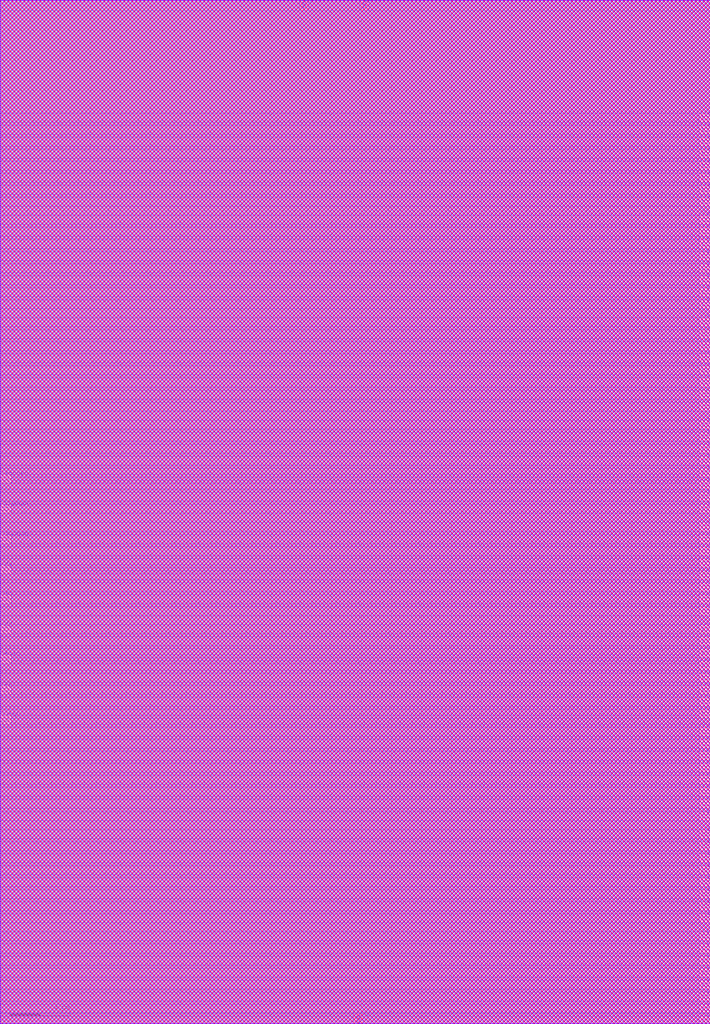
<source format=lef>
##
## LEF for PtnCells ;
## created by Innovus v20.11-s130_1 on Sun Jan  8 15:21:40 2023
##

VERSION 5.8 ;

BUSBITCHARS "[]" ;
DIVIDERCHAR "/" ;

MACRO BATCHARGERctr
  CLASS BLOCK ;
  SIZE 47.200000 BY 68.000000 ;
  FOREIGN BATCHARGERctr 0.000000 0.000000 ;
  ORIGIN 0 0 ;
  SYMMETRY X Y R90 ;
  PIN cc
    DIRECTION OUTPUT ;
    USE SIGNAL ;
    PORT
      LAYER metal3 ;
        RECT 0.000000 26.100000 0.520000 26.300000 ;
    END
  END cc
  PIN tc
    DIRECTION OUTPUT ;
    USE SIGNAL ;
    PORT
      LAYER metal3 ;
        RECT 0.000000 28.100000 0.520000 28.300000 ;
    END
  END tc
  PIN cv
    DIRECTION OUTPUT ;
    USE SIGNAL ;
    PORT
      LAYER metal3 ;
        RECT 0.000000 30.100000 0.520000 30.300000 ;
    END
  END cv
  PIN imonen
    DIRECTION OUTPUT ;
    USE SIGNAL ;
    PORT
      LAYER metal3 ;
        RECT 0.000000 32.100000 0.520000 32.300000 ;
    END
  END imonen
  PIN vmonen
    DIRECTION OUTPUT ;
    USE SIGNAL ;
    PORT
      LAYER metal3 ;
        RECT 0.000000 34.100000 0.520000 34.300000 ;
    END
  END vmonen
  PIN tmonen
    DIRECTION OUTPUT ;
    USE SIGNAL ;
    PORT
      LAYER metal3 ;
        RECT 0.000000 36.100000 0.520000 36.300000 ;
    END
  END tmonen
  PIN vtok
    DIRECTION INPUT ;
    USE SIGNAL ;
    PORT
      LAYER metal3 ;
        RECT 0.000000 20.100000 0.520000 20.300000 ;
    END
  END vtok
  PIN vbat[7]
    DIRECTION INPUT ;
    USE SIGNAL ;
    PORT
      LAYER metal3 ;
        RECT 46.680000 5.700000 47.200000 5.900000 ;
    END
  END vbat[7]
  PIN vbat[6]
    DIRECTION INPUT ;
    USE SIGNAL ;
    PORT
      LAYER metal3 ;
        RECT 46.680000 4.900000 47.200000 5.100000 ;
    END
  END vbat[6]
  PIN vbat[5]
    DIRECTION INPUT ;
    USE SIGNAL ;
    PORT
      LAYER metal3 ;
        RECT 46.680000 4.100000 47.200000 4.300000 ;
    END
  END vbat[5]
  PIN vbat[4]
    DIRECTION INPUT ;
    USE SIGNAL ;
    PORT
      LAYER metal3 ;
        RECT 46.680000 3.300000 47.200000 3.500000 ;
    END
  END vbat[4]
  PIN vbat[3]
    DIRECTION INPUT ;
    USE SIGNAL ;
    PORT
      LAYER metal3 ;
        RECT 46.680000 2.500000 47.200000 2.700000 ;
    END
  END vbat[3]
  PIN vbat[2]
    DIRECTION INPUT ;
    USE SIGNAL ;
    PORT
      LAYER metal3 ;
        RECT 46.680000 1.700000 47.200000 1.900000 ;
    END
  END vbat[2]
  PIN vbat[1]
    DIRECTION INPUT ;
    USE SIGNAL ;
    PORT
      LAYER metal3 ;
        RECT 46.680000 0.900000 47.200000 1.100000 ;
    END
  END vbat[1]
  PIN vbat[0]
    DIRECTION INPUT ;
    USE SIGNAL ;
    PORT
      LAYER metal3 ;
        RECT 46.680000 0.100000 47.200000 0.300000 ;
    END
  END vbat[0]
  PIN ibat[7]
    DIRECTION INPUT ;
    USE SIGNAL ;
    PORT
      LAYER metal3 ;
        RECT 46.680000 12.500000 47.200000 12.700000 ;
    END
  END ibat[7]
  PIN ibat[6]
    DIRECTION INPUT ;
    USE SIGNAL ;
    PORT
      LAYER metal3 ;
        RECT 46.680000 11.700000 47.200000 11.900000 ;
    END
  END ibat[6]
  PIN ibat[5]
    DIRECTION INPUT ;
    USE SIGNAL ;
    PORT
      LAYER metal3 ;
        RECT 46.680000 10.900000 47.200000 11.100000 ;
    END
  END ibat[5]
  PIN ibat[4]
    DIRECTION INPUT ;
    USE SIGNAL ;
    PORT
      LAYER metal3 ;
        RECT 46.680000 10.100000 47.200000 10.300000 ;
    END
  END ibat[4]
  PIN ibat[3]
    DIRECTION INPUT ;
    USE SIGNAL ;
    PORT
      LAYER metal3 ;
        RECT 46.680000 9.300000 47.200000 9.500000 ;
    END
  END ibat[3]
  PIN ibat[2]
    DIRECTION INPUT ;
    USE SIGNAL ;
    PORT
      LAYER metal3 ;
        RECT 46.680000 8.500000 47.200000 8.700000 ;
    END
  END ibat[2]
  PIN ibat[1]
    DIRECTION INPUT ;
    USE SIGNAL ;
    PORT
      LAYER metal3 ;
        RECT 46.680000 7.700000 47.200000 7.900000 ;
    END
  END ibat[1]
  PIN ibat[0]
    DIRECTION INPUT ;
    USE SIGNAL ;
    PORT
      LAYER metal3 ;
        RECT 46.680000 6.900000 47.200000 7.100000 ;
    END
  END ibat[0]
  PIN tbat[7]
    DIRECTION INPUT ;
    USE SIGNAL ;
    PORT
      LAYER metal3 ;
        RECT 46.680000 19.300000 47.200000 19.500000 ;
    END
  END tbat[7]
  PIN tbat[6]
    DIRECTION INPUT ;
    USE SIGNAL ;
    PORT
      LAYER metal3 ;
        RECT 46.680000 18.500000 47.200000 18.700000 ;
    END
  END tbat[6]
  PIN tbat[5]
    DIRECTION INPUT ;
    USE SIGNAL ;
    PORT
      LAYER metal3 ;
        RECT 46.680000 17.700000 47.200000 17.900000 ;
    END
  END tbat[5]
  PIN tbat[4]
    DIRECTION INPUT ;
    USE SIGNAL ;
    PORT
      LAYER metal3 ;
        RECT 46.680000 16.900000 47.200000 17.100000 ;
    END
  END tbat[4]
  PIN tbat[3]
    DIRECTION INPUT ;
    USE SIGNAL ;
    PORT
      LAYER metal3 ;
        RECT 46.680000 16.100000 47.200000 16.300000 ;
    END
  END tbat[3]
  PIN tbat[2]
    DIRECTION INPUT ;
    USE SIGNAL ;
    PORT
      LAYER metal3 ;
        RECT 46.680000 15.300000 47.200000 15.500000 ;
    END
  END tbat[2]
  PIN tbat[1]
    DIRECTION INPUT ;
    USE SIGNAL ;
    PORT
      LAYER metal3 ;
        RECT 46.680000 14.500000 47.200000 14.700000 ;
    END
  END tbat[1]
  PIN tbat[0]
    DIRECTION INPUT ;
    USE SIGNAL ;
    PORT
      LAYER metal3 ;
        RECT 46.680000 13.700000 47.200000 13.900000 ;
    END
  END tbat[0]
  PIN vcutoff[7]
    DIRECTION INPUT ;
    USE SIGNAL ;
    PORT
      LAYER metal3 ;
        RECT 46.680000 26.100000 47.200000 26.300000 ;
    END
  END vcutoff[7]
  PIN vcutoff[6]
    DIRECTION INPUT ;
    USE SIGNAL ;
    PORT
      LAYER metal3 ;
        RECT 46.680000 25.300000 47.200000 25.500000 ;
    END
  END vcutoff[6]
  PIN vcutoff[5]
    DIRECTION INPUT ;
    USE SIGNAL ;
    PORT
      LAYER metal3 ;
        RECT 46.680000 24.500000 47.200000 24.700000 ;
    END
  END vcutoff[5]
  PIN vcutoff[4]
    DIRECTION INPUT ;
    USE SIGNAL ;
    PORT
      LAYER metal3 ;
        RECT 46.680000 23.700000 47.200000 23.900000 ;
    END
  END vcutoff[4]
  PIN vcutoff[3]
    DIRECTION INPUT ;
    USE SIGNAL ;
    PORT
      LAYER metal3 ;
        RECT 46.680000 22.900000 47.200000 23.100000 ;
    END
  END vcutoff[3]
  PIN vcutoff[2]
    DIRECTION INPUT ;
    USE SIGNAL ;
    PORT
      LAYER metal3 ;
        RECT 46.680000 22.100000 47.200000 22.300000 ;
    END
  END vcutoff[2]
  PIN vcutoff[1]
    DIRECTION INPUT ;
    USE SIGNAL ;
    PORT
      LAYER metal3 ;
        RECT 46.680000 21.300000 47.200000 21.500000 ;
    END
  END vcutoff[1]
  PIN vcutoff[0]
    DIRECTION INPUT ;
    USE SIGNAL ;
    PORT
      LAYER metal3 ;
        RECT 46.680000 20.500000 47.200000 20.700000 ;
    END
  END vcutoff[0]
  PIN vpreset[7]
    DIRECTION INPUT ;
    USE SIGNAL ;
    PORT
      LAYER metal3 ;
        RECT 46.680000 32.900000 47.200000 33.100000 ;
    END
  END vpreset[7]
  PIN vpreset[6]
    DIRECTION INPUT ;
    USE SIGNAL ;
    PORT
      LAYER metal3 ;
        RECT 46.680000 32.100000 47.200000 32.300000 ;
    END
  END vpreset[6]
  PIN vpreset[5]
    DIRECTION INPUT ;
    USE SIGNAL ;
    PORT
      LAYER metal3 ;
        RECT 46.680000 31.300000 47.200000 31.500000 ;
    END
  END vpreset[5]
  PIN vpreset[4]
    DIRECTION INPUT ;
    USE SIGNAL ;
    PORT
      LAYER metal3 ;
        RECT 46.680000 30.500000 47.200000 30.700000 ;
    END
  END vpreset[4]
  PIN vpreset[3]
    DIRECTION INPUT ;
    USE SIGNAL ;
    PORT
      LAYER metal3 ;
        RECT 46.680000 29.700000 47.200000 29.900000 ;
    END
  END vpreset[3]
  PIN vpreset[2]
    DIRECTION INPUT ;
    USE SIGNAL ;
    PORT
      LAYER metal3 ;
        RECT 46.680000 28.900000 47.200000 29.100000 ;
    END
  END vpreset[2]
  PIN vpreset[1]
    DIRECTION INPUT ;
    USE SIGNAL ;
    PORT
      LAYER metal3 ;
        RECT 46.680000 28.100000 47.200000 28.300000 ;
    END
  END vpreset[1]
  PIN vpreset[0]
    DIRECTION INPUT ;
    USE SIGNAL ;
    PORT
      LAYER metal3 ;
        RECT 46.680000 27.300000 47.200000 27.500000 ;
    END
  END vpreset[0]
  PIN tempmin[7]
    DIRECTION INPUT ;
    USE SIGNAL ;
    PORT
      LAYER metal3 ;
        RECT 46.680000 39.700000 47.200000 39.900000 ;
    END
  END tempmin[7]
  PIN tempmin[6]
    DIRECTION INPUT ;
    USE SIGNAL ;
    PORT
      LAYER metal3 ;
        RECT 46.680000 38.900000 47.200000 39.100000 ;
    END
  END tempmin[6]
  PIN tempmin[5]
    DIRECTION INPUT ;
    USE SIGNAL ;
    PORT
      LAYER metal3 ;
        RECT 46.680000 38.100000 47.200000 38.300000 ;
    END
  END tempmin[5]
  PIN tempmin[4]
    DIRECTION INPUT ;
    USE SIGNAL ;
    PORT
      LAYER metal3 ;
        RECT 46.680000 37.300000 47.200000 37.500000 ;
    END
  END tempmin[4]
  PIN tempmin[3]
    DIRECTION INPUT ;
    USE SIGNAL ;
    PORT
      LAYER metal3 ;
        RECT 46.680000 36.500000 47.200000 36.700000 ;
    END
  END tempmin[3]
  PIN tempmin[2]
    DIRECTION INPUT ;
    USE SIGNAL ;
    PORT
      LAYER metal3 ;
        RECT 46.680000 35.700000 47.200000 35.900000 ;
    END
  END tempmin[2]
  PIN tempmin[1]
    DIRECTION INPUT ;
    USE SIGNAL ;
    PORT
      LAYER metal3 ;
        RECT 46.680000 34.900000 47.200000 35.100000 ;
    END
  END tempmin[1]
  PIN tempmin[0]
    DIRECTION INPUT ;
    USE SIGNAL ;
    PORT
      LAYER metal3 ;
        RECT 46.680000 34.100000 47.200000 34.300000 ;
    END
  END tempmin[0]
  PIN tempmax[7]
    DIRECTION INPUT ;
    USE SIGNAL ;
    PORT
      LAYER metal3 ;
        RECT 46.680000 46.500000 47.200000 46.700000 ;
    END
  END tempmax[7]
  PIN tempmax[6]
    DIRECTION INPUT ;
    USE SIGNAL ;
    PORT
      LAYER metal3 ;
        RECT 46.680000 45.700000 47.200000 45.900000 ;
    END
  END tempmax[6]
  PIN tempmax[5]
    DIRECTION INPUT ;
    USE SIGNAL ;
    PORT
      LAYER metal3 ;
        RECT 46.680000 44.900000 47.200000 45.100000 ;
    END
  END tempmax[5]
  PIN tempmax[4]
    DIRECTION INPUT ;
    USE SIGNAL ;
    PORT
      LAYER metal3 ;
        RECT 46.680000 44.100000 47.200000 44.300000 ;
    END
  END tempmax[4]
  PIN tempmax[3]
    DIRECTION INPUT ;
    USE SIGNAL ;
    PORT
      LAYER metal3 ;
        RECT 46.680000 43.300000 47.200000 43.500000 ;
    END
  END tempmax[3]
  PIN tempmax[2]
    DIRECTION INPUT ;
    USE SIGNAL ;
    PORT
      LAYER metal3 ;
        RECT 46.680000 42.500000 47.200000 42.700000 ;
    END
  END tempmax[2]
  PIN tempmax[1]
    DIRECTION INPUT ;
    USE SIGNAL ;
    PORT
      LAYER metal3 ;
        RECT 46.680000 41.700000 47.200000 41.900000 ;
    END
  END tempmax[1]
  PIN tempmax[0]
    DIRECTION INPUT ;
    USE SIGNAL ;
    PORT
      LAYER metal3 ;
        RECT 46.680000 40.900000 47.200000 41.100000 ;
    END
  END tempmax[0]
  PIN tmax[7]
    DIRECTION INPUT ;
    USE SIGNAL ;
    PORT
      LAYER metal3 ;
        RECT 46.680000 53.300000 47.200000 53.500000 ;
    END
  END tmax[7]
  PIN tmax[6]
    DIRECTION INPUT ;
    USE SIGNAL ;
    PORT
      LAYER metal3 ;
        RECT 46.680000 52.500000 47.200000 52.700000 ;
    END
  END tmax[6]
  PIN tmax[5]
    DIRECTION INPUT ;
    USE SIGNAL ;
    PORT
      LAYER metal3 ;
        RECT 46.680000 51.700000 47.200000 51.900000 ;
    END
  END tmax[5]
  PIN tmax[4]
    DIRECTION INPUT ;
    USE SIGNAL ;
    PORT
      LAYER metal3 ;
        RECT 46.680000 50.900000 47.200000 51.100000 ;
    END
  END tmax[4]
  PIN tmax[3]
    DIRECTION INPUT ;
    USE SIGNAL ;
    PORT
      LAYER metal3 ;
        RECT 46.680000 50.100000 47.200000 50.300000 ;
    END
  END tmax[3]
  PIN tmax[2]
    DIRECTION INPUT ;
    USE SIGNAL ;
    PORT
      LAYER metal3 ;
        RECT 46.680000 49.300000 47.200000 49.500000 ;
    END
  END tmax[2]
  PIN tmax[1]
    DIRECTION INPUT ;
    USE SIGNAL ;
    PORT
      LAYER metal3 ;
        RECT 46.680000 48.500000 47.200000 48.700000 ;
    END
  END tmax[1]
  PIN tmax[0]
    DIRECTION INPUT ;
    USE SIGNAL ;
    PORT
      LAYER metal3 ;
        RECT 46.680000 47.700000 47.200000 47.900000 ;
    END
  END tmax[0]
  PIN iend[7]
    DIRECTION INPUT ;
    USE SIGNAL ;
    PORT
      LAYER metal3 ;
        RECT 46.680000 60.100000 47.200000 60.300000 ;
    END
  END iend[7]
  PIN iend[6]
    DIRECTION INPUT ;
    USE SIGNAL ;
    PORT
      LAYER metal3 ;
        RECT 46.680000 59.300000 47.200000 59.500000 ;
    END
  END iend[6]
  PIN iend[5]
    DIRECTION INPUT ;
    USE SIGNAL ;
    PORT
      LAYER metal3 ;
        RECT 46.680000 58.500000 47.200000 58.700000 ;
    END
  END iend[5]
  PIN iend[4]
    DIRECTION INPUT ;
    USE SIGNAL ;
    PORT
      LAYER metal3 ;
        RECT 46.680000 57.700000 47.200000 57.900000 ;
    END
  END iend[4]
  PIN iend[3]
    DIRECTION INPUT ;
    USE SIGNAL ;
    PORT
      LAYER metal3 ;
        RECT 46.680000 56.900000 47.200000 57.100000 ;
    END
  END iend[3]
  PIN iend[2]
    DIRECTION INPUT ;
    USE SIGNAL ;
    PORT
      LAYER metal3 ;
        RECT 46.680000 56.100000 47.200000 56.300000 ;
    END
  END iend[2]
  PIN iend[1]
    DIRECTION INPUT ;
    USE SIGNAL ;
    PORT
      LAYER metal3 ;
        RECT 46.680000 55.300000 47.200000 55.500000 ;
    END
  END iend[1]
  PIN iend[0]
    DIRECTION INPUT ;
    USE SIGNAL ;
    PORT
      LAYER metal3 ;
        RECT 46.680000 54.500000 47.200000 54.700000 ;
    END
  END iend[0]
  PIN clk
    DIRECTION INPUT ;
    USE CLOCK ;
    PORT
      LAYER metal4 ;
        RECT 23.700000 0.000000 23.900000 0.520000 ;
    END
  END clk
  PIN en
    DIRECTION INPUT ;
    USE SIGNAL ;
    PORT
      LAYER metal3 ;
        RECT 0.000000 22.100000 0.520000 22.300000 ;
    END
  END en
  PIN rstz
    DIRECTION INPUT ;
    USE SIGNAL ;
    PORT
      LAYER metal3 ;
        RECT 0.000000 24.100000 0.520000 24.300000 ;
    END
  END rstz
  PIN dvdd
    DIRECTION INOUT ;
    USE POWER ;
    PORT
      LAYER metal4 ;
        RECT 24.100000 67.480000 24.300000 68.000000 ;
    END
  END dvdd
  PIN dgnd
    DIRECTION INOUT ;
    USE GROUND ;
    PORT
      LAYER metal4 ;
        RECT 20.100000 67.480000 20.300000 68.000000 ;
    END
  END dgnd
  OBS
    LAYER metal1 ;
      RECT 0.000000 0.000000 47.200000 68.000000 ;
    LAYER metal2 ;
      RECT 0.000000 0.000000 47.200000 68.000000 ;
    LAYER metal3 ;
      RECT 0.000000 60.500000 47.200000 68.000000 ;
      RECT 0.000000 59.900000 46.480000 60.500000 ;
      RECT 0.000000 59.700000 47.200000 59.900000 ;
      RECT 0.000000 59.100000 46.480000 59.700000 ;
      RECT 0.000000 58.900000 47.200000 59.100000 ;
      RECT 0.000000 58.300000 46.480000 58.900000 ;
      RECT 0.000000 58.100000 47.200000 58.300000 ;
      RECT 0.000000 57.500000 46.480000 58.100000 ;
      RECT 0.000000 57.300000 47.200000 57.500000 ;
      RECT 0.000000 56.700000 46.480000 57.300000 ;
      RECT 0.000000 56.500000 47.200000 56.700000 ;
      RECT 0.000000 55.900000 46.480000 56.500000 ;
      RECT 0.000000 55.700000 47.200000 55.900000 ;
      RECT 0.000000 55.100000 46.480000 55.700000 ;
      RECT 0.000000 54.900000 47.200000 55.100000 ;
      RECT 0.000000 54.300000 46.480000 54.900000 ;
      RECT 0.000000 53.700000 47.200000 54.300000 ;
      RECT 0.000000 53.100000 46.480000 53.700000 ;
      RECT 0.000000 52.900000 47.200000 53.100000 ;
      RECT 0.000000 52.300000 46.480000 52.900000 ;
      RECT 0.000000 52.100000 47.200000 52.300000 ;
      RECT 0.000000 51.500000 46.480000 52.100000 ;
      RECT 0.000000 51.300000 47.200000 51.500000 ;
      RECT 0.000000 50.700000 46.480000 51.300000 ;
      RECT 0.000000 50.500000 47.200000 50.700000 ;
      RECT 0.000000 49.900000 46.480000 50.500000 ;
      RECT 0.000000 49.700000 47.200000 49.900000 ;
      RECT 0.000000 49.100000 46.480000 49.700000 ;
      RECT 0.000000 48.900000 47.200000 49.100000 ;
      RECT 0.000000 48.300000 46.480000 48.900000 ;
      RECT 0.000000 48.100000 47.200000 48.300000 ;
      RECT 0.000000 47.500000 46.480000 48.100000 ;
      RECT 0.000000 46.900000 47.200000 47.500000 ;
      RECT 0.000000 46.300000 46.480000 46.900000 ;
      RECT 0.000000 46.100000 47.200000 46.300000 ;
      RECT 0.000000 45.500000 46.480000 46.100000 ;
      RECT 0.000000 45.300000 47.200000 45.500000 ;
      RECT 0.000000 44.700000 46.480000 45.300000 ;
      RECT 0.000000 44.500000 47.200000 44.700000 ;
      RECT 0.000000 43.900000 46.480000 44.500000 ;
      RECT 0.000000 43.700000 47.200000 43.900000 ;
      RECT 0.000000 43.100000 46.480000 43.700000 ;
      RECT 0.000000 42.900000 47.200000 43.100000 ;
      RECT 0.000000 42.300000 46.480000 42.900000 ;
      RECT 0.000000 42.100000 47.200000 42.300000 ;
      RECT 0.000000 41.500000 46.480000 42.100000 ;
      RECT 0.000000 41.300000 47.200000 41.500000 ;
      RECT 0.000000 40.700000 46.480000 41.300000 ;
      RECT 0.000000 40.100000 47.200000 40.700000 ;
      RECT 0.000000 39.500000 46.480000 40.100000 ;
      RECT 0.000000 39.300000 47.200000 39.500000 ;
      RECT 0.000000 38.700000 46.480000 39.300000 ;
      RECT 0.000000 38.500000 47.200000 38.700000 ;
      RECT 0.000000 37.900000 46.480000 38.500000 ;
      RECT 0.000000 37.700000 47.200000 37.900000 ;
      RECT 0.000000 37.100000 46.480000 37.700000 ;
      RECT 0.000000 36.900000 47.200000 37.100000 ;
      RECT 0.000000 36.500000 46.480000 36.900000 ;
      RECT 0.720000 36.300000 46.480000 36.500000 ;
      RECT 0.720000 36.100000 47.200000 36.300000 ;
      RECT 0.720000 35.900000 46.480000 36.100000 ;
      RECT 0.000000 35.500000 46.480000 35.900000 ;
      RECT 0.000000 35.300000 47.200000 35.500000 ;
      RECT 0.000000 34.700000 46.480000 35.300000 ;
      RECT 0.000000 34.500000 47.200000 34.700000 ;
      RECT 0.720000 33.900000 46.480000 34.500000 ;
      RECT 0.000000 33.300000 47.200000 33.900000 ;
      RECT 0.000000 32.700000 46.480000 33.300000 ;
      RECT 0.000000 32.500000 47.200000 32.700000 ;
      RECT 0.720000 31.900000 46.480000 32.500000 ;
      RECT 0.000000 31.700000 47.200000 31.900000 ;
      RECT 0.000000 31.100000 46.480000 31.700000 ;
      RECT 0.000000 30.900000 47.200000 31.100000 ;
      RECT 0.000000 30.500000 46.480000 30.900000 ;
      RECT 0.720000 30.300000 46.480000 30.500000 ;
      RECT 0.720000 30.100000 47.200000 30.300000 ;
      RECT 0.720000 29.900000 46.480000 30.100000 ;
      RECT 0.000000 29.500000 46.480000 29.900000 ;
      RECT 0.000000 29.300000 47.200000 29.500000 ;
      RECT 0.000000 28.700000 46.480000 29.300000 ;
      RECT 0.000000 28.500000 47.200000 28.700000 ;
      RECT 0.720000 27.900000 46.480000 28.500000 ;
      RECT 0.000000 27.700000 47.200000 27.900000 ;
      RECT 0.000000 27.100000 46.480000 27.700000 ;
      RECT 0.000000 26.500000 47.200000 27.100000 ;
      RECT 0.720000 25.900000 46.480000 26.500000 ;
      RECT 0.000000 25.700000 47.200000 25.900000 ;
      RECT 0.000000 25.100000 46.480000 25.700000 ;
      RECT 0.000000 24.900000 47.200000 25.100000 ;
      RECT 0.000000 24.500000 46.480000 24.900000 ;
      RECT 0.720000 24.300000 46.480000 24.500000 ;
      RECT 0.720000 24.100000 47.200000 24.300000 ;
      RECT 0.720000 23.900000 46.480000 24.100000 ;
      RECT 0.000000 23.500000 46.480000 23.900000 ;
      RECT 0.000000 23.300000 47.200000 23.500000 ;
      RECT 0.000000 22.700000 46.480000 23.300000 ;
      RECT 0.000000 22.500000 47.200000 22.700000 ;
      RECT 0.720000 21.900000 46.480000 22.500000 ;
      RECT 0.000000 21.700000 47.200000 21.900000 ;
      RECT 0.000000 21.100000 46.480000 21.700000 ;
      RECT 0.000000 20.900000 47.200000 21.100000 ;
      RECT 0.000000 20.500000 46.480000 20.900000 ;
      RECT 0.720000 20.300000 46.480000 20.500000 ;
      RECT 0.720000 19.900000 47.200000 20.300000 ;
      RECT 0.000000 19.700000 47.200000 19.900000 ;
      RECT 0.000000 19.100000 46.480000 19.700000 ;
      RECT 0.000000 18.900000 47.200000 19.100000 ;
      RECT 0.000000 18.300000 46.480000 18.900000 ;
      RECT 0.000000 18.100000 47.200000 18.300000 ;
      RECT 0.000000 17.500000 46.480000 18.100000 ;
      RECT 0.000000 17.300000 47.200000 17.500000 ;
      RECT 0.000000 16.700000 46.480000 17.300000 ;
      RECT 0.000000 16.500000 47.200000 16.700000 ;
      RECT 0.000000 15.900000 46.480000 16.500000 ;
      RECT 0.000000 15.700000 47.200000 15.900000 ;
      RECT 0.000000 15.100000 46.480000 15.700000 ;
      RECT 0.000000 14.900000 47.200000 15.100000 ;
      RECT 0.000000 14.300000 46.480000 14.900000 ;
      RECT 0.000000 14.100000 47.200000 14.300000 ;
      RECT 0.000000 13.500000 46.480000 14.100000 ;
      RECT 0.000000 12.900000 47.200000 13.500000 ;
      RECT 0.000000 12.300000 46.480000 12.900000 ;
      RECT 0.000000 12.100000 47.200000 12.300000 ;
      RECT 0.000000 11.500000 46.480000 12.100000 ;
      RECT 0.000000 11.300000 47.200000 11.500000 ;
      RECT 0.000000 10.700000 46.480000 11.300000 ;
      RECT 0.000000 10.500000 47.200000 10.700000 ;
      RECT 0.000000 9.900000 46.480000 10.500000 ;
      RECT 0.000000 9.700000 47.200000 9.900000 ;
      RECT 0.000000 9.100000 46.480000 9.700000 ;
      RECT 0.000000 8.900000 47.200000 9.100000 ;
      RECT 0.000000 8.300000 46.480000 8.900000 ;
      RECT 0.000000 8.100000 47.200000 8.300000 ;
      RECT 0.000000 7.500000 46.480000 8.100000 ;
      RECT 0.000000 7.300000 47.200000 7.500000 ;
      RECT 0.000000 6.700000 46.480000 7.300000 ;
      RECT 0.000000 6.100000 47.200000 6.700000 ;
      RECT 0.000000 5.500000 46.480000 6.100000 ;
      RECT 0.000000 5.300000 47.200000 5.500000 ;
      RECT 0.000000 4.700000 46.480000 5.300000 ;
      RECT 0.000000 4.500000 47.200000 4.700000 ;
      RECT 0.000000 3.900000 46.480000 4.500000 ;
      RECT 0.000000 3.700000 47.200000 3.900000 ;
      RECT 0.000000 3.100000 46.480000 3.700000 ;
      RECT 0.000000 2.900000 47.200000 3.100000 ;
      RECT 0.000000 2.300000 46.480000 2.900000 ;
      RECT 0.000000 2.100000 47.200000 2.300000 ;
      RECT 0.000000 1.500000 46.480000 2.100000 ;
      RECT 0.000000 1.300000 47.200000 1.500000 ;
      RECT 0.000000 0.700000 46.480000 1.300000 ;
      RECT 0.000000 0.500000 47.200000 0.700000 ;
      RECT 0.000000 0.000000 46.480000 0.500000 ;
    LAYER metal4 ;
      RECT 24.500000 67.280000 47.200000 68.000000 ;
      RECT 20.500000 67.280000 23.900000 68.000000 ;
      RECT 0.000000 67.280000 19.900000 68.000000 ;
      RECT 0.000000 0.720000 47.200000 67.280000 ;
      RECT 24.100000 0.000000 47.200000 0.720000 ;
      RECT 0.000000 0.000000 23.500000 0.720000 ;
    LAYER metal5 ;
      RECT 0.000000 0.000000 47.200000 68.000000 ;
    LAYER metal6 ;
      RECT 0.000000 0.000000 47.200000 68.000000 ;
    LAYER metal7 ;
      RECT 0.000000 0.000000 47.200000 68.000000 ;
    LAYER metal8 ;
      RECT 0.000000 0.000000 47.200000 68.000000 ;
  END
END BATCHARGERctr

END LIBRARY

</source>
